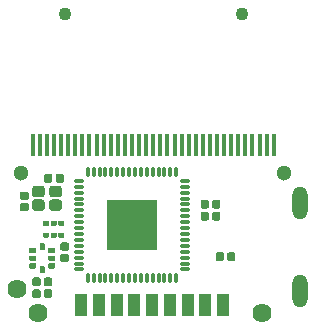
<source format=gts>
G04 #@! TF.GenerationSoftware,KiCad,Pcbnew,5.0.0+dfsg1-2*
G04 #@! TF.CreationDate,2018-09-16T15:45:03-04:00*
G04 #@! TF.ProjectId,goodwatch30,676F6F64776174636833302E6B696361,30*
G04 #@! TF.SameCoordinates,Original*
G04 #@! TF.FileFunction,Soldermask,Top*
G04 #@! TF.FilePolarity,Negative*
%FSLAX46Y46*%
G04 Gerber Fmt 4.6, Leading zero omitted, Abs format (unit mm)*
G04 Created by KiCad (PCBNEW 5.0.0+dfsg1-2) date Sun Sep 16 15:45:03 2018*
%MOMM*%
%LPD*%
G01*
G04 APERTURE LIST*
%ADD10C,0.100000*%
%ADD11C,0.690000*%
%ADD12C,1.624000*%
%ADD13C,1.100000*%
%ADD14C,1.300000*%
%ADD15O,1.300000X2.800000*%
%ADD16R,1.085000X1.850000*%
%ADD17R,0.410000X1.850000*%
%ADD18C,0.430000*%
%ADD19C,0.450000*%
%ADD20C,0.950000*%
%ADD21O,0.900000X0.350000*%
%ADD22O,0.350000X0.900000*%
%ADD23R,4.350000X4.350000*%
G04 APERTURE END LIST*
D10*
G04 #@! TO.C,C2*
G36*
X114927408Y-74854831D02*
X114944153Y-74857315D01*
X114960574Y-74861428D01*
X114976513Y-74867131D01*
X114991816Y-74874369D01*
X115006336Y-74883071D01*
X115019933Y-74893156D01*
X115032476Y-74904524D01*
X115043844Y-74917067D01*
X115053929Y-74930664D01*
X115062631Y-74945184D01*
X115069869Y-74960487D01*
X115075572Y-74976426D01*
X115079685Y-74992847D01*
X115082169Y-75009592D01*
X115083000Y-75026500D01*
X115083000Y-75421500D01*
X115082169Y-75438408D01*
X115079685Y-75455153D01*
X115075572Y-75471574D01*
X115069869Y-75487513D01*
X115062631Y-75502816D01*
X115053929Y-75517336D01*
X115043844Y-75530933D01*
X115032476Y-75543476D01*
X115019933Y-75554844D01*
X115006336Y-75564929D01*
X114991816Y-75573631D01*
X114976513Y-75580869D01*
X114960574Y-75586572D01*
X114944153Y-75590685D01*
X114927408Y-75593169D01*
X114910500Y-75594000D01*
X114565500Y-75594000D01*
X114548592Y-75593169D01*
X114531847Y-75590685D01*
X114515426Y-75586572D01*
X114499487Y-75580869D01*
X114484184Y-75573631D01*
X114469664Y-75564929D01*
X114456067Y-75554844D01*
X114443524Y-75543476D01*
X114432156Y-75530933D01*
X114422071Y-75517336D01*
X114413369Y-75502816D01*
X114406131Y-75487513D01*
X114400428Y-75471574D01*
X114396315Y-75455153D01*
X114393831Y-75438408D01*
X114393000Y-75421500D01*
X114393000Y-75026500D01*
X114393831Y-75009592D01*
X114396315Y-74992847D01*
X114400428Y-74976426D01*
X114406131Y-74960487D01*
X114413369Y-74945184D01*
X114422071Y-74930664D01*
X114432156Y-74917067D01*
X114443524Y-74904524D01*
X114456067Y-74893156D01*
X114469664Y-74883071D01*
X114484184Y-74874369D01*
X114499487Y-74867131D01*
X114515426Y-74861428D01*
X114531847Y-74857315D01*
X114548592Y-74854831D01*
X114565500Y-74854000D01*
X114910500Y-74854000D01*
X114927408Y-74854831D01*
X114927408Y-74854831D01*
G37*
D11*
X114738000Y-75224000D03*
D10*
G36*
X113957408Y-74854831D02*
X113974153Y-74857315D01*
X113990574Y-74861428D01*
X114006513Y-74867131D01*
X114021816Y-74874369D01*
X114036336Y-74883071D01*
X114049933Y-74893156D01*
X114062476Y-74904524D01*
X114073844Y-74917067D01*
X114083929Y-74930664D01*
X114092631Y-74945184D01*
X114099869Y-74960487D01*
X114105572Y-74976426D01*
X114109685Y-74992847D01*
X114112169Y-75009592D01*
X114113000Y-75026500D01*
X114113000Y-75421500D01*
X114112169Y-75438408D01*
X114109685Y-75455153D01*
X114105572Y-75471574D01*
X114099869Y-75487513D01*
X114092631Y-75502816D01*
X114083929Y-75517336D01*
X114073844Y-75530933D01*
X114062476Y-75543476D01*
X114049933Y-75554844D01*
X114036336Y-75564929D01*
X114021816Y-75573631D01*
X114006513Y-75580869D01*
X113990574Y-75586572D01*
X113974153Y-75590685D01*
X113957408Y-75593169D01*
X113940500Y-75594000D01*
X113595500Y-75594000D01*
X113578592Y-75593169D01*
X113561847Y-75590685D01*
X113545426Y-75586572D01*
X113529487Y-75580869D01*
X113514184Y-75573631D01*
X113499664Y-75564929D01*
X113486067Y-75554844D01*
X113473524Y-75543476D01*
X113462156Y-75530933D01*
X113452071Y-75517336D01*
X113443369Y-75502816D01*
X113436131Y-75487513D01*
X113430428Y-75471574D01*
X113426315Y-75455153D01*
X113423831Y-75438408D01*
X113423000Y-75421500D01*
X113423000Y-75026500D01*
X113423831Y-75009592D01*
X113426315Y-74992847D01*
X113430428Y-74976426D01*
X113436131Y-74960487D01*
X113443369Y-74945184D01*
X113452071Y-74930664D01*
X113462156Y-74917067D01*
X113473524Y-74904524D01*
X113486067Y-74893156D01*
X113499664Y-74883071D01*
X113514184Y-74874369D01*
X113529487Y-74867131D01*
X113545426Y-74861428D01*
X113561847Y-74857315D01*
X113578592Y-74854831D01*
X113595500Y-74854000D01*
X113940500Y-74854000D01*
X113957408Y-74854831D01*
X113957408Y-74854831D01*
G37*
D11*
X113768000Y-75224000D03*
G04 #@! TD*
D10*
G04 #@! TO.C,C5*
G36*
X113957408Y-75870831D02*
X113974153Y-75873315D01*
X113990574Y-75877428D01*
X114006513Y-75883131D01*
X114021816Y-75890369D01*
X114036336Y-75899071D01*
X114049933Y-75909156D01*
X114062476Y-75920524D01*
X114073844Y-75933067D01*
X114083929Y-75946664D01*
X114092631Y-75961184D01*
X114099869Y-75976487D01*
X114105572Y-75992426D01*
X114109685Y-76008847D01*
X114112169Y-76025592D01*
X114113000Y-76042500D01*
X114113000Y-76437500D01*
X114112169Y-76454408D01*
X114109685Y-76471153D01*
X114105572Y-76487574D01*
X114099869Y-76503513D01*
X114092631Y-76518816D01*
X114083929Y-76533336D01*
X114073844Y-76546933D01*
X114062476Y-76559476D01*
X114049933Y-76570844D01*
X114036336Y-76580929D01*
X114021816Y-76589631D01*
X114006513Y-76596869D01*
X113990574Y-76602572D01*
X113974153Y-76606685D01*
X113957408Y-76609169D01*
X113940500Y-76610000D01*
X113595500Y-76610000D01*
X113578592Y-76609169D01*
X113561847Y-76606685D01*
X113545426Y-76602572D01*
X113529487Y-76596869D01*
X113514184Y-76589631D01*
X113499664Y-76580929D01*
X113486067Y-76570844D01*
X113473524Y-76559476D01*
X113462156Y-76546933D01*
X113452071Y-76533336D01*
X113443369Y-76518816D01*
X113436131Y-76503513D01*
X113430428Y-76487574D01*
X113426315Y-76471153D01*
X113423831Y-76454408D01*
X113423000Y-76437500D01*
X113423000Y-76042500D01*
X113423831Y-76025592D01*
X113426315Y-76008847D01*
X113430428Y-75992426D01*
X113436131Y-75976487D01*
X113443369Y-75961184D01*
X113452071Y-75946664D01*
X113462156Y-75933067D01*
X113473524Y-75920524D01*
X113486067Y-75909156D01*
X113499664Y-75899071D01*
X113514184Y-75890369D01*
X113529487Y-75883131D01*
X113545426Y-75877428D01*
X113561847Y-75873315D01*
X113578592Y-75870831D01*
X113595500Y-75870000D01*
X113940500Y-75870000D01*
X113957408Y-75870831D01*
X113957408Y-75870831D01*
G37*
D11*
X113768000Y-76240000D03*
D10*
G36*
X114927408Y-75870831D02*
X114944153Y-75873315D01*
X114960574Y-75877428D01*
X114976513Y-75883131D01*
X114991816Y-75890369D01*
X115006336Y-75899071D01*
X115019933Y-75909156D01*
X115032476Y-75920524D01*
X115043844Y-75933067D01*
X115053929Y-75946664D01*
X115062631Y-75961184D01*
X115069869Y-75976487D01*
X115075572Y-75992426D01*
X115079685Y-76008847D01*
X115082169Y-76025592D01*
X115083000Y-76042500D01*
X115083000Y-76437500D01*
X115082169Y-76454408D01*
X115079685Y-76471153D01*
X115075572Y-76487574D01*
X115069869Y-76503513D01*
X115062631Y-76518816D01*
X115053929Y-76533336D01*
X115043844Y-76546933D01*
X115032476Y-76559476D01*
X115019933Y-76570844D01*
X115006336Y-76580929D01*
X114991816Y-76589631D01*
X114976513Y-76596869D01*
X114960574Y-76602572D01*
X114944153Y-76606685D01*
X114927408Y-76609169D01*
X114910500Y-76610000D01*
X114565500Y-76610000D01*
X114548592Y-76609169D01*
X114531847Y-76606685D01*
X114515426Y-76602572D01*
X114499487Y-76596869D01*
X114484184Y-76589631D01*
X114469664Y-76580929D01*
X114456067Y-76570844D01*
X114443524Y-76559476D01*
X114432156Y-76546933D01*
X114422071Y-76533336D01*
X114413369Y-76518816D01*
X114406131Y-76503513D01*
X114400428Y-76487574D01*
X114396315Y-76471153D01*
X114393831Y-76454408D01*
X114393000Y-76437500D01*
X114393000Y-76042500D01*
X114393831Y-76025592D01*
X114396315Y-76008847D01*
X114400428Y-75992426D01*
X114406131Y-75976487D01*
X114413369Y-75961184D01*
X114422071Y-75946664D01*
X114432156Y-75933067D01*
X114443524Y-75920524D01*
X114456067Y-75909156D01*
X114469664Y-75899071D01*
X114484184Y-75890369D01*
X114499487Y-75883131D01*
X114515426Y-75877428D01*
X114531847Y-75873315D01*
X114548592Y-75870831D01*
X114565500Y-75870000D01*
X114910500Y-75870000D01*
X114927408Y-75870831D01*
X114927408Y-75870831D01*
G37*
D11*
X114738000Y-76240000D03*
G04 #@! TD*
D10*
G04 #@! TO.C,C6*
G36*
X100704408Y-72670431D02*
X100721153Y-72672915D01*
X100737574Y-72677028D01*
X100753513Y-72682731D01*
X100768816Y-72689969D01*
X100783336Y-72698671D01*
X100796933Y-72708756D01*
X100809476Y-72720124D01*
X100820844Y-72732667D01*
X100830929Y-72746264D01*
X100839631Y-72760784D01*
X100846869Y-72776087D01*
X100852572Y-72792026D01*
X100856685Y-72808447D01*
X100859169Y-72825192D01*
X100860000Y-72842100D01*
X100860000Y-73237100D01*
X100859169Y-73254008D01*
X100856685Y-73270753D01*
X100852572Y-73287174D01*
X100846869Y-73303113D01*
X100839631Y-73318416D01*
X100830929Y-73332936D01*
X100820844Y-73346533D01*
X100809476Y-73359076D01*
X100796933Y-73370444D01*
X100783336Y-73380529D01*
X100768816Y-73389231D01*
X100753513Y-73396469D01*
X100737574Y-73402172D01*
X100721153Y-73406285D01*
X100704408Y-73408769D01*
X100687500Y-73409600D01*
X100342500Y-73409600D01*
X100325592Y-73408769D01*
X100308847Y-73406285D01*
X100292426Y-73402172D01*
X100276487Y-73396469D01*
X100261184Y-73389231D01*
X100246664Y-73380529D01*
X100233067Y-73370444D01*
X100220524Y-73359076D01*
X100209156Y-73346533D01*
X100199071Y-73332936D01*
X100190369Y-73318416D01*
X100183131Y-73303113D01*
X100177428Y-73287174D01*
X100173315Y-73270753D01*
X100170831Y-73254008D01*
X100170000Y-73237100D01*
X100170000Y-72842100D01*
X100170831Y-72825192D01*
X100173315Y-72808447D01*
X100177428Y-72792026D01*
X100183131Y-72776087D01*
X100190369Y-72760784D01*
X100199071Y-72746264D01*
X100209156Y-72732667D01*
X100220524Y-72720124D01*
X100233067Y-72708756D01*
X100246664Y-72698671D01*
X100261184Y-72689969D01*
X100276487Y-72682731D01*
X100292426Y-72677028D01*
X100308847Y-72672915D01*
X100325592Y-72670431D01*
X100342500Y-72669600D01*
X100687500Y-72669600D01*
X100704408Y-72670431D01*
X100704408Y-72670431D01*
G37*
D11*
X100515000Y-73039600D03*
D10*
G36*
X101674408Y-72670431D02*
X101691153Y-72672915D01*
X101707574Y-72677028D01*
X101723513Y-72682731D01*
X101738816Y-72689969D01*
X101753336Y-72698671D01*
X101766933Y-72708756D01*
X101779476Y-72720124D01*
X101790844Y-72732667D01*
X101800929Y-72746264D01*
X101809631Y-72760784D01*
X101816869Y-72776087D01*
X101822572Y-72792026D01*
X101826685Y-72808447D01*
X101829169Y-72825192D01*
X101830000Y-72842100D01*
X101830000Y-73237100D01*
X101829169Y-73254008D01*
X101826685Y-73270753D01*
X101822572Y-73287174D01*
X101816869Y-73303113D01*
X101809631Y-73318416D01*
X101800929Y-73332936D01*
X101790844Y-73346533D01*
X101779476Y-73359076D01*
X101766933Y-73370444D01*
X101753336Y-73380529D01*
X101738816Y-73389231D01*
X101723513Y-73396469D01*
X101707574Y-73402172D01*
X101691153Y-73406285D01*
X101674408Y-73408769D01*
X101657500Y-73409600D01*
X101312500Y-73409600D01*
X101295592Y-73408769D01*
X101278847Y-73406285D01*
X101262426Y-73402172D01*
X101246487Y-73396469D01*
X101231184Y-73389231D01*
X101216664Y-73380529D01*
X101203067Y-73370444D01*
X101190524Y-73359076D01*
X101179156Y-73346533D01*
X101169071Y-73332936D01*
X101160369Y-73318416D01*
X101153131Y-73303113D01*
X101147428Y-73287174D01*
X101143315Y-73270753D01*
X101140831Y-73254008D01*
X101140000Y-73237100D01*
X101140000Y-72842100D01*
X101140831Y-72825192D01*
X101143315Y-72808447D01*
X101147428Y-72792026D01*
X101153131Y-72776087D01*
X101160369Y-72760784D01*
X101169071Y-72746264D01*
X101179156Y-72732667D01*
X101190524Y-72720124D01*
X101203067Y-72708756D01*
X101216664Y-72698671D01*
X101231184Y-72689969D01*
X101246487Y-72682731D01*
X101262426Y-72677028D01*
X101278847Y-72672915D01*
X101295592Y-72670431D01*
X101312500Y-72669600D01*
X101657500Y-72669600D01*
X101674408Y-72670431D01*
X101674408Y-72670431D01*
G37*
D11*
X101485000Y-73039600D03*
G04 #@! TD*
D10*
G04 #@! TO.C,C7*
G36*
X98694008Y-75140831D02*
X98710753Y-75143315D01*
X98727174Y-75147428D01*
X98743113Y-75153131D01*
X98758416Y-75160369D01*
X98772936Y-75169071D01*
X98786533Y-75179156D01*
X98799076Y-75190524D01*
X98810444Y-75203067D01*
X98820529Y-75216664D01*
X98829231Y-75231184D01*
X98836469Y-75246487D01*
X98842172Y-75262426D01*
X98846285Y-75278847D01*
X98848769Y-75295592D01*
X98849600Y-75312500D01*
X98849600Y-75657500D01*
X98848769Y-75674408D01*
X98846285Y-75691153D01*
X98842172Y-75707574D01*
X98836469Y-75723513D01*
X98829231Y-75738816D01*
X98820529Y-75753336D01*
X98810444Y-75766933D01*
X98799076Y-75779476D01*
X98786533Y-75790844D01*
X98772936Y-75800929D01*
X98758416Y-75809631D01*
X98743113Y-75816869D01*
X98727174Y-75822572D01*
X98710753Y-75826685D01*
X98694008Y-75829169D01*
X98677100Y-75830000D01*
X98282100Y-75830000D01*
X98265192Y-75829169D01*
X98248447Y-75826685D01*
X98232026Y-75822572D01*
X98216087Y-75816869D01*
X98200784Y-75809631D01*
X98186264Y-75800929D01*
X98172667Y-75790844D01*
X98160124Y-75779476D01*
X98148756Y-75766933D01*
X98138671Y-75753336D01*
X98129969Y-75738816D01*
X98122731Y-75723513D01*
X98117028Y-75707574D01*
X98112915Y-75691153D01*
X98110431Y-75674408D01*
X98109600Y-75657500D01*
X98109600Y-75312500D01*
X98110431Y-75295592D01*
X98112915Y-75278847D01*
X98117028Y-75262426D01*
X98122731Y-75246487D01*
X98129969Y-75231184D01*
X98138671Y-75216664D01*
X98148756Y-75203067D01*
X98160124Y-75190524D01*
X98172667Y-75179156D01*
X98186264Y-75169071D01*
X98200784Y-75160369D01*
X98216087Y-75153131D01*
X98232026Y-75147428D01*
X98248447Y-75143315D01*
X98265192Y-75140831D01*
X98282100Y-75140000D01*
X98677100Y-75140000D01*
X98694008Y-75140831D01*
X98694008Y-75140831D01*
G37*
D11*
X98479600Y-75485000D03*
D10*
G36*
X98694008Y-74170831D02*
X98710753Y-74173315D01*
X98727174Y-74177428D01*
X98743113Y-74183131D01*
X98758416Y-74190369D01*
X98772936Y-74199071D01*
X98786533Y-74209156D01*
X98799076Y-74220524D01*
X98810444Y-74233067D01*
X98820529Y-74246664D01*
X98829231Y-74261184D01*
X98836469Y-74276487D01*
X98842172Y-74292426D01*
X98846285Y-74308847D01*
X98848769Y-74325592D01*
X98849600Y-74342500D01*
X98849600Y-74687500D01*
X98848769Y-74704408D01*
X98846285Y-74721153D01*
X98842172Y-74737574D01*
X98836469Y-74753513D01*
X98829231Y-74768816D01*
X98820529Y-74783336D01*
X98810444Y-74796933D01*
X98799076Y-74809476D01*
X98786533Y-74820844D01*
X98772936Y-74830929D01*
X98758416Y-74839631D01*
X98743113Y-74846869D01*
X98727174Y-74852572D01*
X98710753Y-74856685D01*
X98694008Y-74859169D01*
X98677100Y-74860000D01*
X98282100Y-74860000D01*
X98265192Y-74859169D01*
X98248447Y-74856685D01*
X98232026Y-74852572D01*
X98216087Y-74846869D01*
X98200784Y-74839631D01*
X98186264Y-74830929D01*
X98172667Y-74820844D01*
X98160124Y-74809476D01*
X98148756Y-74796933D01*
X98138671Y-74783336D01*
X98129969Y-74768816D01*
X98122731Y-74753513D01*
X98117028Y-74737574D01*
X98112915Y-74721153D01*
X98110431Y-74704408D01*
X98109600Y-74687500D01*
X98109600Y-74342500D01*
X98110431Y-74325592D01*
X98112915Y-74308847D01*
X98117028Y-74292426D01*
X98122731Y-74276487D01*
X98129969Y-74261184D01*
X98138671Y-74246664D01*
X98148756Y-74233067D01*
X98160124Y-74220524D01*
X98172667Y-74209156D01*
X98186264Y-74199071D01*
X98200784Y-74190369D01*
X98216087Y-74183131D01*
X98232026Y-74177428D01*
X98248447Y-74173315D01*
X98265192Y-74170831D01*
X98282100Y-74170000D01*
X98677100Y-74170000D01*
X98694008Y-74170831D01*
X98694008Y-74170831D01*
G37*
D11*
X98479600Y-74515000D03*
G04 #@! TD*
D10*
G04 #@! TO.C,C10*
G36*
X100674408Y-81430831D02*
X100691153Y-81433315D01*
X100707574Y-81437428D01*
X100723513Y-81443131D01*
X100738816Y-81450369D01*
X100753336Y-81459071D01*
X100766933Y-81469156D01*
X100779476Y-81480524D01*
X100790844Y-81493067D01*
X100800929Y-81506664D01*
X100809631Y-81521184D01*
X100816869Y-81536487D01*
X100822572Y-81552426D01*
X100826685Y-81568847D01*
X100829169Y-81585592D01*
X100830000Y-81602500D01*
X100830000Y-81997500D01*
X100829169Y-82014408D01*
X100826685Y-82031153D01*
X100822572Y-82047574D01*
X100816869Y-82063513D01*
X100809631Y-82078816D01*
X100800929Y-82093336D01*
X100790844Y-82106933D01*
X100779476Y-82119476D01*
X100766933Y-82130844D01*
X100753336Y-82140929D01*
X100738816Y-82149631D01*
X100723513Y-82156869D01*
X100707574Y-82162572D01*
X100691153Y-82166685D01*
X100674408Y-82169169D01*
X100657500Y-82170000D01*
X100312500Y-82170000D01*
X100295592Y-82169169D01*
X100278847Y-82166685D01*
X100262426Y-82162572D01*
X100246487Y-82156869D01*
X100231184Y-82149631D01*
X100216664Y-82140929D01*
X100203067Y-82130844D01*
X100190524Y-82119476D01*
X100179156Y-82106933D01*
X100169071Y-82093336D01*
X100160369Y-82078816D01*
X100153131Y-82063513D01*
X100147428Y-82047574D01*
X100143315Y-82031153D01*
X100140831Y-82014408D01*
X100140000Y-81997500D01*
X100140000Y-81602500D01*
X100140831Y-81585592D01*
X100143315Y-81568847D01*
X100147428Y-81552426D01*
X100153131Y-81536487D01*
X100160369Y-81521184D01*
X100169071Y-81506664D01*
X100179156Y-81493067D01*
X100190524Y-81480524D01*
X100203067Y-81469156D01*
X100216664Y-81459071D01*
X100231184Y-81450369D01*
X100246487Y-81443131D01*
X100262426Y-81437428D01*
X100278847Y-81433315D01*
X100295592Y-81430831D01*
X100312500Y-81430000D01*
X100657500Y-81430000D01*
X100674408Y-81430831D01*
X100674408Y-81430831D01*
G37*
D11*
X100485000Y-81800000D03*
D10*
G36*
X99704408Y-81430831D02*
X99721153Y-81433315D01*
X99737574Y-81437428D01*
X99753513Y-81443131D01*
X99768816Y-81450369D01*
X99783336Y-81459071D01*
X99796933Y-81469156D01*
X99809476Y-81480524D01*
X99820844Y-81493067D01*
X99830929Y-81506664D01*
X99839631Y-81521184D01*
X99846869Y-81536487D01*
X99852572Y-81552426D01*
X99856685Y-81568847D01*
X99859169Y-81585592D01*
X99860000Y-81602500D01*
X99860000Y-81997500D01*
X99859169Y-82014408D01*
X99856685Y-82031153D01*
X99852572Y-82047574D01*
X99846869Y-82063513D01*
X99839631Y-82078816D01*
X99830929Y-82093336D01*
X99820844Y-82106933D01*
X99809476Y-82119476D01*
X99796933Y-82130844D01*
X99783336Y-82140929D01*
X99768816Y-82149631D01*
X99753513Y-82156869D01*
X99737574Y-82162572D01*
X99721153Y-82166685D01*
X99704408Y-82169169D01*
X99687500Y-82170000D01*
X99342500Y-82170000D01*
X99325592Y-82169169D01*
X99308847Y-82166685D01*
X99292426Y-82162572D01*
X99276487Y-82156869D01*
X99261184Y-82149631D01*
X99246664Y-82140929D01*
X99233067Y-82130844D01*
X99220524Y-82119476D01*
X99209156Y-82106933D01*
X99199071Y-82093336D01*
X99190369Y-82078816D01*
X99183131Y-82063513D01*
X99177428Y-82047574D01*
X99173315Y-82031153D01*
X99170831Y-82014408D01*
X99170000Y-81997500D01*
X99170000Y-81602500D01*
X99170831Y-81585592D01*
X99173315Y-81568847D01*
X99177428Y-81552426D01*
X99183131Y-81536487D01*
X99190369Y-81521184D01*
X99199071Y-81506664D01*
X99209156Y-81493067D01*
X99220524Y-81480524D01*
X99233067Y-81469156D01*
X99246664Y-81459071D01*
X99261184Y-81450369D01*
X99276487Y-81443131D01*
X99292426Y-81437428D01*
X99308847Y-81433315D01*
X99325592Y-81430831D01*
X99342500Y-81430000D01*
X99687500Y-81430000D01*
X99704408Y-81430831D01*
X99704408Y-81430831D01*
G37*
D11*
X99515000Y-81800000D03*
G04 #@! TD*
D10*
G04 #@! TO.C,R1*
G36*
X99704408Y-82430831D02*
X99721153Y-82433315D01*
X99737574Y-82437428D01*
X99753513Y-82443131D01*
X99768816Y-82450369D01*
X99783336Y-82459071D01*
X99796933Y-82469156D01*
X99809476Y-82480524D01*
X99820844Y-82493067D01*
X99830929Y-82506664D01*
X99839631Y-82521184D01*
X99846869Y-82536487D01*
X99852572Y-82552426D01*
X99856685Y-82568847D01*
X99859169Y-82585592D01*
X99860000Y-82602500D01*
X99860000Y-82997500D01*
X99859169Y-83014408D01*
X99856685Y-83031153D01*
X99852572Y-83047574D01*
X99846869Y-83063513D01*
X99839631Y-83078816D01*
X99830929Y-83093336D01*
X99820844Y-83106933D01*
X99809476Y-83119476D01*
X99796933Y-83130844D01*
X99783336Y-83140929D01*
X99768816Y-83149631D01*
X99753513Y-83156869D01*
X99737574Y-83162572D01*
X99721153Y-83166685D01*
X99704408Y-83169169D01*
X99687500Y-83170000D01*
X99342500Y-83170000D01*
X99325592Y-83169169D01*
X99308847Y-83166685D01*
X99292426Y-83162572D01*
X99276487Y-83156869D01*
X99261184Y-83149631D01*
X99246664Y-83140929D01*
X99233067Y-83130844D01*
X99220524Y-83119476D01*
X99209156Y-83106933D01*
X99199071Y-83093336D01*
X99190369Y-83078816D01*
X99183131Y-83063513D01*
X99177428Y-83047574D01*
X99173315Y-83031153D01*
X99170831Y-83014408D01*
X99170000Y-82997500D01*
X99170000Y-82602500D01*
X99170831Y-82585592D01*
X99173315Y-82568847D01*
X99177428Y-82552426D01*
X99183131Y-82536487D01*
X99190369Y-82521184D01*
X99199071Y-82506664D01*
X99209156Y-82493067D01*
X99220524Y-82480524D01*
X99233067Y-82469156D01*
X99246664Y-82459071D01*
X99261184Y-82450369D01*
X99276487Y-82443131D01*
X99292426Y-82437428D01*
X99308847Y-82433315D01*
X99325592Y-82430831D01*
X99342500Y-82430000D01*
X99687500Y-82430000D01*
X99704408Y-82430831D01*
X99704408Y-82430831D01*
G37*
D11*
X99515000Y-82800000D03*
D10*
G36*
X100674408Y-82430831D02*
X100691153Y-82433315D01*
X100707574Y-82437428D01*
X100723513Y-82443131D01*
X100738816Y-82450369D01*
X100753336Y-82459071D01*
X100766933Y-82469156D01*
X100779476Y-82480524D01*
X100790844Y-82493067D01*
X100800929Y-82506664D01*
X100809631Y-82521184D01*
X100816869Y-82536487D01*
X100822572Y-82552426D01*
X100826685Y-82568847D01*
X100829169Y-82585592D01*
X100830000Y-82602500D01*
X100830000Y-82997500D01*
X100829169Y-83014408D01*
X100826685Y-83031153D01*
X100822572Y-83047574D01*
X100816869Y-83063513D01*
X100809631Y-83078816D01*
X100800929Y-83093336D01*
X100790844Y-83106933D01*
X100779476Y-83119476D01*
X100766933Y-83130844D01*
X100753336Y-83140929D01*
X100738816Y-83149631D01*
X100723513Y-83156869D01*
X100707574Y-83162572D01*
X100691153Y-83166685D01*
X100674408Y-83169169D01*
X100657500Y-83170000D01*
X100312500Y-83170000D01*
X100295592Y-83169169D01*
X100278847Y-83166685D01*
X100262426Y-83162572D01*
X100246487Y-83156869D01*
X100231184Y-83149631D01*
X100216664Y-83140929D01*
X100203067Y-83130844D01*
X100190524Y-83119476D01*
X100179156Y-83106933D01*
X100169071Y-83093336D01*
X100160369Y-83078816D01*
X100153131Y-83063513D01*
X100147428Y-83047574D01*
X100143315Y-83031153D01*
X100140831Y-83014408D01*
X100140000Y-82997500D01*
X100140000Y-82602500D01*
X100140831Y-82585592D01*
X100143315Y-82568847D01*
X100147428Y-82552426D01*
X100153131Y-82536487D01*
X100160369Y-82521184D01*
X100169071Y-82506664D01*
X100179156Y-82493067D01*
X100190524Y-82480524D01*
X100203067Y-82469156D01*
X100216664Y-82459071D01*
X100231184Y-82450369D01*
X100246487Y-82443131D01*
X100262426Y-82437428D01*
X100278847Y-82433315D01*
X100295592Y-82430831D01*
X100312500Y-82430000D01*
X100657500Y-82430000D01*
X100674408Y-82430831D01*
X100674408Y-82430831D01*
G37*
D11*
X100485000Y-82800000D03*
G04 #@! TD*
D10*
G04 #@! TO.C,R2*
G36*
X102114408Y-78470831D02*
X102131153Y-78473315D01*
X102147574Y-78477428D01*
X102163513Y-78483131D01*
X102178816Y-78490369D01*
X102193336Y-78499071D01*
X102206933Y-78509156D01*
X102219476Y-78520524D01*
X102230844Y-78533067D01*
X102240929Y-78546664D01*
X102249631Y-78561184D01*
X102256869Y-78576487D01*
X102262572Y-78592426D01*
X102266685Y-78608847D01*
X102269169Y-78625592D01*
X102270000Y-78642500D01*
X102270000Y-78987500D01*
X102269169Y-79004408D01*
X102266685Y-79021153D01*
X102262572Y-79037574D01*
X102256869Y-79053513D01*
X102249631Y-79068816D01*
X102240929Y-79083336D01*
X102230844Y-79096933D01*
X102219476Y-79109476D01*
X102206933Y-79120844D01*
X102193336Y-79130929D01*
X102178816Y-79139631D01*
X102163513Y-79146869D01*
X102147574Y-79152572D01*
X102131153Y-79156685D01*
X102114408Y-79159169D01*
X102097500Y-79160000D01*
X101702500Y-79160000D01*
X101685592Y-79159169D01*
X101668847Y-79156685D01*
X101652426Y-79152572D01*
X101636487Y-79146869D01*
X101621184Y-79139631D01*
X101606664Y-79130929D01*
X101593067Y-79120844D01*
X101580524Y-79109476D01*
X101569156Y-79096933D01*
X101559071Y-79083336D01*
X101550369Y-79068816D01*
X101543131Y-79053513D01*
X101537428Y-79037574D01*
X101533315Y-79021153D01*
X101530831Y-79004408D01*
X101530000Y-78987500D01*
X101530000Y-78642500D01*
X101530831Y-78625592D01*
X101533315Y-78608847D01*
X101537428Y-78592426D01*
X101543131Y-78576487D01*
X101550369Y-78561184D01*
X101559071Y-78546664D01*
X101569156Y-78533067D01*
X101580524Y-78520524D01*
X101593067Y-78509156D01*
X101606664Y-78499071D01*
X101621184Y-78490369D01*
X101636487Y-78483131D01*
X101652426Y-78477428D01*
X101668847Y-78473315D01*
X101685592Y-78470831D01*
X101702500Y-78470000D01*
X102097500Y-78470000D01*
X102114408Y-78470831D01*
X102114408Y-78470831D01*
G37*
D11*
X101900000Y-78815000D03*
D10*
G36*
X102114408Y-79440831D02*
X102131153Y-79443315D01*
X102147574Y-79447428D01*
X102163513Y-79453131D01*
X102178816Y-79460369D01*
X102193336Y-79469071D01*
X102206933Y-79479156D01*
X102219476Y-79490524D01*
X102230844Y-79503067D01*
X102240929Y-79516664D01*
X102249631Y-79531184D01*
X102256869Y-79546487D01*
X102262572Y-79562426D01*
X102266685Y-79578847D01*
X102269169Y-79595592D01*
X102270000Y-79612500D01*
X102270000Y-79957500D01*
X102269169Y-79974408D01*
X102266685Y-79991153D01*
X102262572Y-80007574D01*
X102256869Y-80023513D01*
X102249631Y-80038816D01*
X102240929Y-80053336D01*
X102230844Y-80066933D01*
X102219476Y-80079476D01*
X102206933Y-80090844D01*
X102193336Y-80100929D01*
X102178816Y-80109631D01*
X102163513Y-80116869D01*
X102147574Y-80122572D01*
X102131153Y-80126685D01*
X102114408Y-80129169D01*
X102097500Y-80130000D01*
X101702500Y-80130000D01*
X101685592Y-80129169D01*
X101668847Y-80126685D01*
X101652426Y-80122572D01*
X101636487Y-80116869D01*
X101621184Y-80109631D01*
X101606664Y-80100929D01*
X101593067Y-80090844D01*
X101580524Y-80079476D01*
X101569156Y-80066933D01*
X101559071Y-80053336D01*
X101550369Y-80038816D01*
X101543131Y-80023513D01*
X101537428Y-80007574D01*
X101533315Y-79991153D01*
X101530831Y-79974408D01*
X101530000Y-79957500D01*
X101530000Y-79612500D01*
X101530831Y-79595592D01*
X101533315Y-79578847D01*
X101537428Y-79562426D01*
X101543131Y-79546487D01*
X101550369Y-79531184D01*
X101559071Y-79516664D01*
X101569156Y-79503067D01*
X101580524Y-79490524D01*
X101593067Y-79479156D01*
X101606664Y-79469071D01*
X101621184Y-79460369D01*
X101636487Y-79453131D01*
X101652426Y-79447428D01*
X101668847Y-79443315D01*
X101685592Y-79440831D01*
X101702500Y-79440000D01*
X102097500Y-79440000D01*
X102114408Y-79440831D01*
X102114408Y-79440831D01*
G37*
D11*
X101900000Y-79785000D03*
G04 #@! TD*
D12*
G04 #@! TO.C,BRD1*
X118600000Y-84400000D03*
X97870000Y-82400000D03*
X99600000Y-84400000D03*
D13*
X101900000Y-59100000D03*
D14*
X98200000Y-72600000D03*
X120500000Y-72600000D03*
D13*
X116900000Y-59100000D03*
D15*
X121800000Y-75100000D03*
X121800000Y-82600000D03*
G04 #@! TD*
D16*
G04 #@! TO.C,KPD1*
X103300000Y-83800000D03*
X104800000Y-83800000D03*
X106300000Y-83800000D03*
X107800000Y-83800000D03*
X109300000Y-83800000D03*
X110800000Y-83800000D03*
X112300000Y-83800000D03*
X113800000Y-83800000D03*
X115300000Y-83800000D03*
G04 #@! TD*
D17*
G04 #@! TO.C,LCD1*
X99200000Y-70200000D03*
X99800000Y-70200000D03*
X100400000Y-70200000D03*
X101000000Y-70200000D03*
X101600000Y-70200000D03*
X102200000Y-70200000D03*
X102800000Y-70200000D03*
X103400000Y-70200000D03*
X104000000Y-70200000D03*
X104600000Y-70200000D03*
X105200000Y-70200000D03*
X105800000Y-70200000D03*
X106400000Y-70200000D03*
X107000000Y-70200000D03*
X107600000Y-70200000D03*
X108200000Y-70200000D03*
X108800000Y-70200000D03*
X109400000Y-70200000D03*
X110000000Y-70200000D03*
X110600000Y-70200000D03*
X111200000Y-70200000D03*
X111800000Y-70200000D03*
X112400000Y-70200000D03*
X113000000Y-70200000D03*
X113600000Y-70200000D03*
X114200000Y-70200000D03*
X114800000Y-70200000D03*
X115400000Y-70200000D03*
X116000000Y-70200000D03*
X116600000Y-70200000D03*
X117200000Y-70200000D03*
X117800000Y-70200000D03*
X118400000Y-70200000D03*
X119000000Y-70200000D03*
X119600000Y-70200000D03*
G04 #@! TD*
D10*
G04 #@! TO.C,U3*
G36*
X100473037Y-76628518D02*
X100483472Y-76630066D01*
X100493706Y-76632629D01*
X100503638Y-76636183D01*
X100513175Y-76640693D01*
X100522224Y-76646117D01*
X100530697Y-76652401D01*
X100538514Y-76659486D01*
X100545599Y-76667303D01*
X100551883Y-76675776D01*
X100557307Y-76684825D01*
X100561817Y-76694362D01*
X100565371Y-76704294D01*
X100567934Y-76714528D01*
X100569482Y-76724963D01*
X100570000Y-76735500D01*
X100570000Y-76950500D01*
X100569482Y-76961037D01*
X100567934Y-76971472D01*
X100565371Y-76981706D01*
X100561817Y-76991638D01*
X100557307Y-77001175D01*
X100551883Y-77010224D01*
X100545599Y-77018697D01*
X100538514Y-77026514D01*
X100530697Y-77033599D01*
X100522224Y-77039883D01*
X100513175Y-77045307D01*
X100503638Y-77049817D01*
X100493706Y-77053371D01*
X100483472Y-77055934D01*
X100473037Y-77057482D01*
X100462500Y-77058000D01*
X100167500Y-77058000D01*
X100156963Y-77057482D01*
X100146528Y-77055934D01*
X100136294Y-77053371D01*
X100126362Y-77049817D01*
X100116825Y-77045307D01*
X100107776Y-77039883D01*
X100099303Y-77033599D01*
X100091486Y-77026514D01*
X100084401Y-77018697D01*
X100078117Y-77010224D01*
X100072693Y-77001175D01*
X100068183Y-76991638D01*
X100064629Y-76981706D01*
X100062066Y-76971472D01*
X100060518Y-76961037D01*
X100060000Y-76950500D01*
X100060000Y-76735500D01*
X100060518Y-76724963D01*
X100062066Y-76714528D01*
X100064629Y-76704294D01*
X100068183Y-76694362D01*
X100072693Y-76684825D01*
X100078117Y-76675776D01*
X100084401Y-76667303D01*
X100091486Y-76659486D01*
X100099303Y-76652401D01*
X100107776Y-76646117D01*
X100116825Y-76640693D01*
X100126362Y-76636183D01*
X100136294Y-76632629D01*
X100146528Y-76630066D01*
X100156963Y-76628518D01*
X100167500Y-76628000D01*
X100462500Y-76628000D01*
X100473037Y-76628518D01*
X100473037Y-76628518D01*
G37*
D18*
X100315000Y-76843000D03*
D10*
G36*
X101123037Y-76628518D02*
X101133472Y-76630066D01*
X101143706Y-76632629D01*
X101153638Y-76636183D01*
X101163175Y-76640693D01*
X101172224Y-76646117D01*
X101180697Y-76652401D01*
X101188514Y-76659486D01*
X101195599Y-76667303D01*
X101201883Y-76675776D01*
X101207307Y-76684825D01*
X101211817Y-76694362D01*
X101215371Y-76704294D01*
X101217934Y-76714528D01*
X101219482Y-76724963D01*
X101220000Y-76735500D01*
X101220000Y-76950500D01*
X101219482Y-76961037D01*
X101217934Y-76971472D01*
X101215371Y-76981706D01*
X101211817Y-76991638D01*
X101207307Y-77001175D01*
X101201883Y-77010224D01*
X101195599Y-77018697D01*
X101188514Y-77026514D01*
X101180697Y-77033599D01*
X101172224Y-77039883D01*
X101163175Y-77045307D01*
X101153638Y-77049817D01*
X101143706Y-77053371D01*
X101133472Y-77055934D01*
X101123037Y-77057482D01*
X101112500Y-77058000D01*
X100817500Y-77058000D01*
X100806963Y-77057482D01*
X100796528Y-77055934D01*
X100786294Y-77053371D01*
X100776362Y-77049817D01*
X100766825Y-77045307D01*
X100757776Y-77039883D01*
X100749303Y-77033599D01*
X100741486Y-77026514D01*
X100734401Y-77018697D01*
X100728117Y-77010224D01*
X100722693Y-77001175D01*
X100718183Y-76991638D01*
X100714629Y-76981706D01*
X100712066Y-76971472D01*
X100710518Y-76961037D01*
X100710000Y-76950500D01*
X100710000Y-76735500D01*
X100710518Y-76724963D01*
X100712066Y-76714528D01*
X100714629Y-76704294D01*
X100718183Y-76694362D01*
X100722693Y-76684825D01*
X100728117Y-76675776D01*
X100734401Y-76667303D01*
X100741486Y-76659486D01*
X100749303Y-76652401D01*
X100757776Y-76646117D01*
X100766825Y-76640693D01*
X100776362Y-76636183D01*
X100786294Y-76632629D01*
X100796528Y-76630066D01*
X100806963Y-76628518D01*
X100817500Y-76628000D01*
X101112500Y-76628000D01*
X101123037Y-76628518D01*
X101123037Y-76628518D01*
G37*
D18*
X100965000Y-76843000D03*
D10*
G36*
X101773037Y-76628518D02*
X101783472Y-76630066D01*
X101793706Y-76632629D01*
X101803638Y-76636183D01*
X101813175Y-76640693D01*
X101822224Y-76646117D01*
X101830697Y-76652401D01*
X101838514Y-76659486D01*
X101845599Y-76667303D01*
X101851883Y-76675776D01*
X101857307Y-76684825D01*
X101861817Y-76694362D01*
X101865371Y-76704294D01*
X101867934Y-76714528D01*
X101869482Y-76724963D01*
X101870000Y-76735500D01*
X101870000Y-76950500D01*
X101869482Y-76961037D01*
X101867934Y-76971472D01*
X101865371Y-76981706D01*
X101861817Y-76991638D01*
X101857307Y-77001175D01*
X101851883Y-77010224D01*
X101845599Y-77018697D01*
X101838514Y-77026514D01*
X101830697Y-77033599D01*
X101822224Y-77039883D01*
X101813175Y-77045307D01*
X101803638Y-77049817D01*
X101793706Y-77053371D01*
X101783472Y-77055934D01*
X101773037Y-77057482D01*
X101762500Y-77058000D01*
X101467500Y-77058000D01*
X101456963Y-77057482D01*
X101446528Y-77055934D01*
X101436294Y-77053371D01*
X101426362Y-77049817D01*
X101416825Y-77045307D01*
X101407776Y-77039883D01*
X101399303Y-77033599D01*
X101391486Y-77026514D01*
X101384401Y-77018697D01*
X101378117Y-77010224D01*
X101372693Y-77001175D01*
X101368183Y-76991638D01*
X101364629Y-76981706D01*
X101362066Y-76971472D01*
X101360518Y-76961037D01*
X101360000Y-76950500D01*
X101360000Y-76735500D01*
X101360518Y-76724963D01*
X101362066Y-76714528D01*
X101364629Y-76704294D01*
X101368183Y-76694362D01*
X101372693Y-76684825D01*
X101378117Y-76675776D01*
X101384401Y-76667303D01*
X101391486Y-76659486D01*
X101399303Y-76652401D01*
X101407776Y-76646117D01*
X101416825Y-76640693D01*
X101426362Y-76636183D01*
X101436294Y-76632629D01*
X101446528Y-76630066D01*
X101456963Y-76628518D01*
X101467500Y-76628000D01*
X101762500Y-76628000D01*
X101773037Y-76628518D01*
X101773037Y-76628518D01*
G37*
D18*
X101615000Y-76843000D03*
D10*
G36*
X101773037Y-77628518D02*
X101783472Y-77630066D01*
X101793706Y-77632629D01*
X101803638Y-77636183D01*
X101813175Y-77640693D01*
X101822224Y-77646117D01*
X101830697Y-77652401D01*
X101838514Y-77659486D01*
X101845599Y-77667303D01*
X101851883Y-77675776D01*
X101857307Y-77684825D01*
X101861817Y-77694362D01*
X101865371Y-77704294D01*
X101867934Y-77714528D01*
X101869482Y-77724963D01*
X101870000Y-77735500D01*
X101870000Y-77950500D01*
X101869482Y-77961037D01*
X101867934Y-77971472D01*
X101865371Y-77981706D01*
X101861817Y-77991638D01*
X101857307Y-78001175D01*
X101851883Y-78010224D01*
X101845599Y-78018697D01*
X101838514Y-78026514D01*
X101830697Y-78033599D01*
X101822224Y-78039883D01*
X101813175Y-78045307D01*
X101803638Y-78049817D01*
X101793706Y-78053371D01*
X101783472Y-78055934D01*
X101773037Y-78057482D01*
X101762500Y-78058000D01*
X101467500Y-78058000D01*
X101456963Y-78057482D01*
X101446528Y-78055934D01*
X101436294Y-78053371D01*
X101426362Y-78049817D01*
X101416825Y-78045307D01*
X101407776Y-78039883D01*
X101399303Y-78033599D01*
X101391486Y-78026514D01*
X101384401Y-78018697D01*
X101378117Y-78010224D01*
X101372693Y-78001175D01*
X101368183Y-77991638D01*
X101364629Y-77981706D01*
X101362066Y-77971472D01*
X101360518Y-77961037D01*
X101360000Y-77950500D01*
X101360000Y-77735500D01*
X101360518Y-77724963D01*
X101362066Y-77714528D01*
X101364629Y-77704294D01*
X101368183Y-77694362D01*
X101372693Y-77684825D01*
X101378117Y-77675776D01*
X101384401Y-77667303D01*
X101391486Y-77659486D01*
X101399303Y-77652401D01*
X101407776Y-77646117D01*
X101416825Y-77640693D01*
X101426362Y-77636183D01*
X101436294Y-77632629D01*
X101446528Y-77630066D01*
X101456963Y-77628518D01*
X101467500Y-77628000D01*
X101762500Y-77628000D01*
X101773037Y-77628518D01*
X101773037Y-77628518D01*
G37*
D18*
X101615000Y-77843000D03*
D10*
G36*
X101123037Y-77628518D02*
X101133472Y-77630066D01*
X101143706Y-77632629D01*
X101153638Y-77636183D01*
X101163175Y-77640693D01*
X101172224Y-77646117D01*
X101180697Y-77652401D01*
X101188514Y-77659486D01*
X101195599Y-77667303D01*
X101201883Y-77675776D01*
X101207307Y-77684825D01*
X101211817Y-77694362D01*
X101215371Y-77704294D01*
X101217934Y-77714528D01*
X101219482Y-77724963D01*
X101220000Y-77735500D01*
X101220000Y-77950500D01*
X101219482Y-77961037D01*
X101217934Y-77971472D01*
X101215371Y-77981706D01*
X101211817Y-77991638D01*
X101207307Y-78001175D01*
X101201883Y-78010224D01*
X101195599Y-78018697D01*
X101188514Y-78026514D01*
X101180697Y-78033599D01*
X101172224Y-78039883D01*
X101163175Y-78045307D01*
X101153638Y-78049817D01*
X101143706Y-78053371D01*
X101133472Y-78055934D01*
X101123037Y-78057482D01*
X101112500Y-78058000D01*
X100817500Y-78058000D01*
X100806963Y-78057482D01*
X100796528Y-78055934D01*
X100786294Y-78053371D01*
X100776362Y-78049817D01*
X100766825Y-78045307D01*
X100757776Y-78039883D01*
X100749303Y-78033599D01*
X100741486Y-78026514D01*
X100734401Y-78018697D01*
X100728117Y-78010224D01*
X100722693Y-78001175D01*
X100718183Y-77991638D01*
X100714629Y-77981706D01*
X100712066Y-77971472D01*
X100710518Y-77961037D01*
X100710000Y-77950500D01*
X100710000Y-77735500D01*
X100710518Y-77724963D01*
X100712066Y-77714528D01*
X100714629Y-77704294D01*
X100718183Y-77694362D01*
X100722693Y-77684825D01*
X100728117Y-77675776D01*
X100734401Y-77667303D01*
X100741486Y-77659486D01*
X100749303Y-77652401D01*
X100757776Y-77646117D01*
X100766825Y-77640693D01*
X100776362Y-77636183D01*
X100786294Y-77632629D01*
X100796528Y-77630066D01*
X100806963Y-77628518D01*
X100817500Y-77628000D01*
X101112500Y-77628000D01*
X101123037Y-77628518D01*
X101123037Y-77628518D01*
G37*
D18*
X100965000Y-77843000D03*
D10*
G36*
X100473037Y-77628518D02*
X100483472Y-77630066D01*
X100493706Y-77632629D01*
X100503638Y-77636183D01*
X100513175Y-77640693D01*
X100522224Y-77646117D01*
X100530697Y-77652401D01*
X100538514Y-77659486D01*
X100545599Y-77667303D01*
X100551883Y-77675776D01*
X100557307Y-77684825D01*
X100561817Y-77694362D01*
X100565371Y-77704294D01*
X100567934Y-77714528D01*
X100569482Y-77724963D01*
X100570000Y-77735500D01*
X100570000Y-77950500D01*
X100569482Y-77961037D01*
X100567934Y-77971472D01*
X100565371Y-77981706D01*
X100561817Y-77991638D01*
X100557307Y-78001175D01*
X100551883Y-78010224D01*
X100545599Y-78018697D01*
X100538514Y-78026514D01*
X100530697Y-78033599D01*
X100522224Y-78039883D01*
X100513175Y-78045307D01*
X100503638Y-78049817D01*
X100493706Y-78053371D01*
X100483472Y-78055934D01*
X100473037Y-78057482D01*
X100462500Y-78058000D01*
X100167500Y-78058000D01*
X100156963Y-78057482D01*
X100146528Y-78055934D01*
X100136294Y-78053371D01*
X100126362Y-78049817D01*
X100116825Y-78045307D01*
X100107776Y-78039883D01*
X100099303Y-78033599D01*
X100091486Y-78026514D01*
X100084401Y-78018697D01*
X100078117Y-78010224D01*
X100072693Y-78001175D01*
X100068183Y-77991638D01*
X100064629Y-77981706D01*
X100062066Y-77971472D01*
X100060518Y-77961037D01*
X100060000Y-77950500D01*
X100060000Y-77735500D01*
X100060518Y-77724963D01*
X100062066Y-77714528D01*
X100064629Y-77704294D01*
X100068183Y-77694362D01*
X100072693Y-77684825D01*
X100078117Y-77675776D01*
X100084401Y-77667303D01*
X100091486Y-77659486D01*
X100099303Y-77652401D01*
X100107776Y-77646117D01*
X100116825Y-77640693D01*
X100126362Y-77636183D01*
X100136294Y-77632629D01*
X100146528Y-77630066D01*
X100156963Y-77628518D01*
X100167500Y-77628000D01*
X100462500Y-77628000D01*
X100473037Y-77628518D01*
X100473037Y-77628518D01*
G37*
D18*
X100315000Y-77843000D03*
G04 #@! TD*
D10*
G04 #@! TO.C,U2*
G36*
X100123527Y-78525542D02*
X100134448Y-78527162D01*
X100145157Y-78529844D01*
X100155552Y-78533564D01*
X100165532Y-78538284D01*
X100175002Y-78543960D01*
X100183869Y-78550536D01*
X100192050Y-78557950D01*
X100199464Y-78566131D01*
X100206040Y-78574998D01*
X100211716Y-78584468D01*
X100216436Y-78594448D01*
X100220156Y-78604843D01*
X100222838Y-78615552D01*
X100224458Y-78626473D01*
X100225000Y-78637500D01*
X100225000Y-79012500D01*
X100224458Y-79023527D01*
X100222838Y-79034448D01*
X100220156Y-79045157D01*
X100216436Y-79055552D01*
X100211716Y-79065532D01*
X100206040Y-79075002D01*
X100199464Y-79083869D01*
X100192050Y-79092050D01*
X100183869Y-79099464D01*
X100175002Y-79106040D01*
X100165532Y-79111716D01*
X100155552Y-79116436D01*
X100145157Y-79120156D01*
X100134448Y-79122838D01*
X100123527Y-79124458D01*
X100112500Y-79125000D01*
X99887500Y-79125000D01*
X99876473Y-79124458D01*
X99865552Y-79122838D01*
X99854843Y-79120156D01*
X99844448Y-79116436D01*
X99834468Y-79111716D01*
X99824998Y-79106040D01*
X99816131Y-79099464D01*
X99807950Y-79092050D01*
X99800536Y-79083869D01*
X99793960Y-79075002D01*
X99788284Y-79065532D01*
X99783564Y-79055552D01*
X99779844Y-79045157D01*
X99777162Y-79034448D01*
X99775542Y-79023527D01*
X99775000Y-79012500D01*
X99775000Y-78637500D01*
X99775542Y-78626473D01*
X99777162Y-78615552D01*
X99779844Y-78604843D01*
X99783564Y-78594448D01*
X99788284Y-78584468D01*
X99793960Y-78574998D01*
X99800536Y-78566131D01*
X99807950Y-78557950D01*
X99816131Y-78550536D01*
X99824998Y-78543960D01*
X99834468Y-78538284D01*
X99844448Y-78533564D01*
X99854843Y-78529844D01*
X99865552Y-78527162D01*
X99876473Y-78525542D01*
X99887500Y-78525000D01*
X100112500Y-78525000D01*
X100123527Y-78525542D01*
X100123527Y-78525542D01*
G37*
D19*
X100000000Y-78825000D03*
D10*
G36*
X100998527Y-78925542D02*
X101009448Y-78927162D01*
X101020157Y-78929844D01*
X101030552Y-78933564D01*
X101040532Y-78938284D01*
X101050002Y-78943960D01*
X101058869Y-78950536D01*
X101067050Y-78957950D01*
X101074464Y-78966131D01*
X101081040Y-78974998D01*
X101086716Y-78984468D01*
X101091436Y-78994448D01*
X101095156Y-79004843D01*
X101097838Y-79015552D01*
X101099458Y-79026473D01*
X101100000Y-79037500D01*
X101100000Y-79262500D01*
X101099458Y-79273527D01*
X101097838Y-79284448D01*
X101095156Y-79295157D01*
X101091436Y-79305552D01*
X101086716Y-79315532D01*
X101081040Y-79325002D01*
X101074464Y-79333869D01*
X101067050Y-79342050D01*
X101058869Y-79349464D01*
X101050002Y-79356040D01*
X101040532Y-79361716D01*
X101030552Y-79366436D01*
X101020157Y-79370156D01*
X101009448Y-79372838D01*
X100998527Y-79374458D01*
X100987500Y-79375000D01*
X100612500Y-79375000D01*
X100601473Y-79374458D01*
X100590552Y-79372838D01*
X100579843Y-79370156D01*
X100569448Y-79366436D01*
X100559468Y-79361716D01*
X100549998Y-79356040D01*
X100541131Y-79349464D01*
X100532950Y-79342050D01*
X100525536Y-79333869D01*
X100518960Y-79325002D01*
X100513284Y-79315532D01*
X100508564Y-79305552D01*
X100504844Y-79295157D01*
X100502162Y-79284448D01*
X100500542Y-79273527D01*
X100500000Y-79262500D01*
X100500000Y-79037500D01*
X100500542Y-79026473D01*
X100502162Y-79015552D01*
X100504844Y-79004843D01*
X100508564Y-78994448D01*
X100513284Y-78984468D01*
X100518960Y-78974998D01*
X100525536Y-78966131D01*
X100532950Y-78957950D01*
X100541131Y-78950536D01*
X100549998Y-78943960D01*
X100559468Y-78938284D01*
X100569448Y-78933564D01*
X100579843Y-78929844D01*
X100590552Y-78927162D01*
X100601473Y-78925542D01*
X100612500Y-78925000D01*
X100987500Y-78925000D01*
X100998527Y-78925542D01*
X100998527Y-78925542D01*
G37*
D19*
X100800000Y-79150000D03*
D10*
G36*
X100998527Y-79575542D02*
X101009448Y-79577162D01*
X101020157Y-79579844D01*
X101030552Y-79583564D01*
X101040532Y-79588284D01*
X101050002Y-79593960D01*
X101058869Y-79600536D01*
X101067050Y-79607950D01*
X101074464Y-79616131D01*
X101081040Y-79624998D01*
X101086716Y-79634468D01*
X101091436Y-79644448D01*
X101095156Y-79654843D01*
X101097838Y-79665552D01*
X101099458Y-79676473D01*
X101100000Y-79687500D01*
X101100000Y-79912500D01*
X101099458Y-79923527D01*
X101097838Y-79934448D01*
X101095156Y-79945157D01*
X101091436Y-79955552D01*
X101086716Y-79965532D01*
X101081040Y-79975002D01*
X101074464Y-79983869D01*
X101067050Y-79992050D01*
X101058869Y-79999464D01*
X101050002Y-80006040D01*
X101040532Y-80011716D01*
X101030552Y-80016436D01*
X101020157Y-80020156D01*
X101009448Y-80022838D01*
X100998527Y-80024458D01*
X100987500Y-80025000D01*
X100612500Y-80025000D01*
X100601473Y-80024458D01*
X100590552Y-80022838D01*
X100579843Y-80020156D01*
X100569448Y-80016436D01*
X100559468Y-80011716D01*
X100549998Y-80006040D01*
X100541131Y-79999464D01*
X100532950Y-79992050D01*
X100525536Y-79983869D01*
X100518960Y-79975002D01*
X100513284Y-79965532D01*
X100508564Y-79955552D01*
X100504844Y-79945157D01*
X100502162Y-79934448D01*
X100500542Y-79923527D01*
X100500000Y-79912500D01*
X100500000Y-79687500D01*
X100500542Y-79676473D01*
X100502162Y-79665552D01*
X100504844Y-79654843D01*
X100508564Y-79644448D01*
X100513284Y-79634468D01*
X100518960Y-79624998D01*
X100525536Y-79616131D01*
X100532950Y-79607950D01*
X100541131Y-79600536D01*
X100549998Y-79593960D01*
X100559468Y-79588284D01*
X100569448Y-79583564D01*
X100579843Y-79579844D01*
X100590552Y-79577162D01*
X100601473Y-79575542D01*
X100612500Y-79575000D01*
X100987500Y-79575000D01*
X100998527Y-79575542D01*
X100998527Y-79575542D01*
G37*
D19*
X100800000Y-79800000D03*
D10*
G36*
X100998527Y-80225542D02*
X101009448Y-80227162D01*
X101020157Y-80229844D01*
X101030552Y-80233564D01*
X101040532Y-80238284D01*
X101050002Y-80243960D01*
X101058869Y-80250536D01*
X101067050Y-80257950D01*
X101074464Y-80266131D01*
X101081040Y-80274998D01*
X101086716Y-80284468D01*
X101091436Y-80294448D01*
X101095156Y-80304843D01*
X101097838Y-80315552D01*
X101099458Y-80326473D01*
X101100000Y-80337500D01*
X101100000Y-80562500D01*
X101099458Y-80573527D01*
X101097838Y-80584448D01*
X101095156Y-80595157D01*
X101091436Y-80605552D01*
X101086716Y-80615532D01*
X101081040Y-80625002D01*
X101074464Y-80633869D01*
X101067050Y-80642050D01*
X101058869Y-80649464D01*
X101050002Y-80656040D01*
X101040532Y-80661716D01*
X101030552Y-80666436D01*
X101020157Y-80670156D01*
X101009448Y-80672838D01*
X100998527Y-80674458D01*
X100987500Y-80675000D01*
X100612500Y-80675000D01*
X100601473Y-80674458D01*
X100590552Y-80672838D01*
X100579843Y-80670156D01*
X100569448Y-80666436D01*
X100559468Y-80661716D01*
X100549998Y-80656040D01*
X100541131Y-80649464D01*
X100532950Y-80642050D01*
X100525536Y-80633869D01*
X100518960Y-80625002D01*
X100513284Y-80615532D01*
X100508564Y-80605552D01*
X100504844Y-80595157D01*
X100502162Y-80584448D01*
X100500542Y-80573527D01*
X100500000Y-80562500D01*
X100500000Y-80337500D01*
X100500542Y-80326473D01*
X100502162Y-80315552D01*
X100504844Y-80304843D01*
X100508564Y-80294448D01*
X100513284Y-80284468D01*
X100518960Y-80274998D01*
X100525536Y-80266131D01*
X100532950Y-80257950D01*
X100541131Y-80250536D01*
X100549998Y-80243960D01*
X100559468Y-80238284D01*
X100569448Y-80233564D01*
X100579843Y-80229844D01*
X100590552Y-80227162D01*
X100601473Y-80225542D01*
X100612500Y-80225000D01*
X100987500Y-80225000D01*
X100998527Y-80225542D01*
X100998527Y-80225542D01*
G37*
D19*
X100800000Y-80450000D03*
D10*
G36*
X100123527Y-80475542D02*
X100134448Y-80477162D01*
X100145157Y-80479844D01*
X100155552Y-80483564D01*
X100165532Y-80488284D01*
X100175002Y-80493960D01*
X100183869Y-80500536D01*
X100192050Y-80507950D01*
X100199464Y-80516131D01*
X100206040Y-80524998D01*
X100211716Y-80534468D01*
X100216436Y-80544448D01*
X100220156Y-80554843D01*
X100222838Y-80565552D01*
X100224458Y-80576473D01*
X100225000Y-80587500D01*
X100225000Y-80962500D01*
X100224458Y-80973527D01*
X100222838Y-80984448D01*
X100220156Y-80995157D01*
X100216436Y-81005552D01*
X100211716Y-81015532D01*
X100206040Y-81025002D01*
X100199464Y-81033869D01*
X100192050Y-81042050D01*
X100183869Y-81049464D01*
X100175002Y-81056040D01*
X100165532Y-81061716D01*
X100155552Y-81066436D01*
X100145157Y-81070156D01*
X100134448Y-81072838D01*
X100123527Y-81074458D01*
X100112500Y-81075000D01*
X99887500Y-81075000D01*
X99876473Y-81074458D01*
X99865552Y-81072838D01*
X99854843Y-81070156D01*
X99844448Y-81066436D01*
X99834468Y-81061716D01*
X99824998Y-81056040D01*
X99816131Y-81049464D01*
X99807950Y-81042050D01*
X99800536Y-81033869D01*
X99793960Y-81025002D01*
X99788284Y-81015532D01*
X99783564Y-81005552D01*
X99779844Y-80995157D01*
X99777162Y-80984448D01*
X99775542Y-80973527D01*
X99775000Y-80962500D01*
X99775000Y-80587500D01*
X99775542Y-80576473D01*
X99777162Y-80565552D01*
X99779844Y-80554843D01*
X99783564Y-80544448D01*
X99788284Y-80534468D01*
X99793960Y-80524998D01*
X99800536Y-80516131D01*
X99807950Y-80507950D01*
X99816131Y-80500536D01*
X99824998Y-80493960D01*
X99834468Y-80488284D01*
X99844448Y-80483564D01*
X99854843Y-80479844D01*
X99865552Y-80477162D01*
X99876473Y-80475542D01*
X99887500Y-80475000D01*
X100112500Y-80475000D01*
X100123527Y-80475542D01*
X100123527Y-80475542D01*
G37*
D19*
X100000000Y-80775000D03*
D10*
G36*
X99398527Y-80225542D02*
X99409448Y-80227162D01*
X99420157Y-80229844D01*
X99430552Y-80233564D01*
X99440532Y-80238284D01*
X99450002Y-80243960D01*
X99458869Y-80250536D01*
X99467050Y-80257950D01*
X99474464Y-80266131D01*
X99481040Y-80274998D01*
X99486716Y-80284468D01*
X99491436Y-80294448D01*
X99495156Y-80304843D01*
X99497838Y-80315552D01*
X99499458Y-80326473D01*
X99500000Y-80337500D01*
X99500000Y-80562500D01*
X99499458Y-80573527D01*
X99497838Y-80584448D01*
X99495156Y-80595157D01*
X99491436Y-80605552D01*
X99486716Y-80615532D01*
X99481040Y-80625002D01*
X99474464Y-80633869D01*
X99467050Y-80642050D01*
X99458869Y-80649464D01*
X99450002Y-80656040D01*
X99440532Y-80661716D01*
X99430552Y-80666436D01*
X99420157Y-80670156D01*
X99409448Y-80672838D01*
X99398527Y-80674458D01*
X99387500Y-80675000D01*
X99012500Y-80675000D01*
X99001473Y-80674458D01*
X98990552Y-80672838D01*
X98979843Y-80670156D01*
X98969448Y-80666436D01*
X98959468Y-80661716D01*
X98949998Y-80656040D01*
X98941131Y-80649464D01*
X98932950Y-80642050D01*
X98925536Y-80633869D01*
X98918960Y-80625002D01*
X98913284Y-80615532D01*
X98908564Y-80605552D01*
X98904844Y-80595157D01*
X98902162Y-80584448D01*
X98900542Y-80573527D01*
X98900000Y-80562500D01*
X98900000Y-80337500D01*
X98900542Y-80326473D01*
X98902162Y-80315552D01*
X98904844Y-80304843D01*
X98908564Y-80294448D01*
X98913284Y-80284468D01*
X98918960Y-80274998D01*
X98925536Y-80266131D01*
X98932950Y-80257950D01*
X98941131Y-80250536D01*
X98949998Y-80243960D01*
X98959468Y-80238284D01*
X98969448Y-80233564D01*
X98979843Y-80229844D01*
X98990552Y-80227162D01*
X99001473Y-80225542D01*
X99012500Y-80225000D01*
X99387500Y-80225000D01*
X99398527Y-80225542D01*
X99398527Y-80225542D01*
G37*
D19*
X99200000Y-80450000D03*
D10*
G36*
X99398527Y-79575542D02*
X99409448Y-79577162D01*
X99420157Y-79579844D01*
X99430552Y-79583564D01*
X99440532Y-79588284D01*
X99450002Y-79593960D01*
X99458869Y-79600536D01*
X99467050Y-79607950D01*
X99474464Y-79616131D01*
X99481040Y-79624998D01*
X99486716Y-79634468D01*
X99491436Y-79644448D01*
X99495156Y-79654843D01*
X99497838Y-79665552D01*
X99499458Y-79676473D01*
X99500000Y-79687500D01*
X99500000Y-79912500D01*
X99499458Y-79923527D01*
X99497838Y-79934448D01*
X99495156Y-79945157D01*
X99491436Y-79955552D01*
X99486716Y-79965532D01*
X99481040Y-79975002D01*
X99474464Y-79983869D01*
X99467050Y-79992050D01*
X99458869Y-79999464D01*
X99450002Y-80006040D01*
X99440532Y-80011716D01*
X99430552Y-80016436D01*
X99420157Y-80020156D01*
X99409448Y-80022838D01*
X99398527Y-80024458D01*
X99387500Y-80025000D01*
X99012500Y-80025000D01*
X99001473Y-80024458D01*
X98990552Y-80022838D01*
X98979843Y-80020156D01*
X98969448Y-80016436D01*
X98959468Y-80011716D01*
X98949998Y-80006040D01*
X98941131Y-79999464D01*
X98932950Y-79992050D01*
X98925536Y-79983869D01*
X98918960Y-79975002D01*
X98913284Y-79965532D01*
X98908564Y-79955552D01*
X98904844Y-79945157D01*
X98902162Y-79934448D01*
X98900542Y-79923527D01*
X98900000Y-79912500D01*
X98900000Y-79687500D01*
X98900542Y-79676473D01*
X98902162Y-79665552D01*
X98904844Y-79654843D01*
X98908564Y-79644448D01*
X98913284Y-79634468D01*
X98918960Y-79624998D01*
X98925536Y-79616131D01*
X98932950Y-79607950D01*
X98941131Y-79600536D01*
X98949998Y-79593960D01*
X98959468Y-79588284D01*
X98969448Y-79583564D01*
X98979843Y-79579844D01*
X98990552Y-79577162D01*
X99001473Y-79575542D01*
X99012500Y-79575000D01*
X99387500Y-79575000D01*
X99398527Y-79575542D01*
X99398527Y-79575542D01*
G37*
D19*
X99200000Y-79800000D03*
D10*
G36*
X99398527Y-78925542D02*
X99409448Y-78927162D01*
X99420157Y-78929844D01*
X99430552Y-78933564D01*
X99440532Y-78938284D01*
X99450002Y-78943960D01*
X99458869Y-78950536D01*
X99467050Y-78957950D01*
X99474464Y-78966131D01*
X99481040Y-78974998D01*
X99486716Y-78984468D01*
X99491436Y-78994448D01*
X99495156Y-79004843D01*
X99497838Y-79015552D01*
X99499458Y-79026473D01*
X99500000Y-79037500D01*
X99500000Y-79262500D01*
X99499458Y-79273527D01*
X99497838Y-79284448D01*
X99495156Y-79295157D01*
X99491436Y-79305552D01*
X99486716Y-79315532D01*
X99481040Y-79325002D01*
X99474464Y-79333869D01*
X99467050Y-79342050D01*
X99458869Y-79349464D01*
X99450002Y-79356040D01*
X99440532Y-79361716D01*
X99430552Y-79366436D01*
X99420157Y-79370156D01*
X99409448Y-79372838D01*
X99398527Y-79374458D01*
X99387500Y-79375000D01*
X99012500Y-79375000D01*
X99001473Y-79374458D01*
X98990552Y-79372838D01*
X98979843Y-79370156D01*
X98969448Y-79366436D01*
X98959468Y-79361716D01*
X98949998Y-79356040D01*
X98941131Y-79349464D01*
X98932950Y-79342050D01*
X98925536Y-79333869D01*
X98918960Y-79325002D01*
X98913284Y-79315532D01*
X98908564Y-79305552D01*
X98904844Y-79295157D01*
X98902162Y-79284448D01*
X98900542Y-79273527D01*
X98900000Y-79262500D01*
X98900000Y-79037500D01*
X98900542Y-79026473D01*
X98902162Y-79015552D01*
X98904844Y-79004843D01*
X98908564Y-78994448D01*
X98913284Y-78984468D01*
X98918960Y-78974998D01*
X98925536Y-78966131D01*
X98932950Y-78957950D01*
X98941131Y-78950536D01*
X98949998Y-78943960D01*
X98959468Y-78938284D01*
X98969448Y-78933564D01*
X98979843Y-78929844D01*
X98990552Y-78927162D01*
X99001473Y-78925542D01*
X99012500Y-78925000D01*
X99387500Y-78925000D01*
X99398527Y-78925542D01*
X99398527Y-78925542D01*
G37*
D19*
X99200000Y-79150000D03*
G04 #@! TD*
D10*
G04 #@! TO.C,Y2*
G36*
X101435779Y-74826144D02*
X101458834Y-74829563D01*
X101481443Y-74835227D01*
X101503387Y-74843079D01*
X101524457Y-74853044D01*
X101544448Y-74865026D01*
X101563168Y-74878910D01*
X101580438Y-74894562D01*
X101596090Y-74911832D01*
X101609974Y-74930552D01*
X101621956Y-74950543D01*
X101631921Y-74971613D01*
X101639773Y-74993557D01*
X101645437Y-75016166D01*
X101648856Y-75039221D01*
X101650000Y-75062500D01*
X101650000Y-75537500D01*
X101648856Y-75560779D01*
X101645437Y-75583834D01*
X101639773Y-75606443D01*
X101631921Y-75628387D01*
X101621956Y-75649457D01*
X101609974Y-75669448D01*
X101596090Y-75688168D01*
X101580438Y-75705438D01*
X101563168Y-75721090D01*
X101544448Y-75734974D01*
X101524457Y-75746956D01*
X101503387Y-75756921D01*
X101481443Y-75764773D01*
X101458834Y-75770437D01*
X101435779Y-75773856D01*
X101412500Y-75775000D01*
X100837500Y-75775000D01*
X100814221Y-75773856D01*
X100791166Y-75770437D01*
X100768557Y-75764773D01*
X100746613Y-75756921D01*
X100725543Y-75746956D01*
X100705552Y-75734974D01*
X100686832Y-75721090D01*
X100669562Y-75705438D01*
X100653910Y-75688168D01*
X100640026Y-75669448D01*
X100628044Y-75649457D01*
X100618079Y-75628387D01*
X100610227Y-75606443D01*
X100604563Y-75583834D01*
X100601144Y-75560779D01*
X100600000Y-75537500D01*
X100600000Y-75062500D01*
X100601144Y-75039221D01*
X100604563Y-75016166D01*
X100610227Y-74993557D01*
X100618079Y-74971613D01*
X100628044Y-74950543D01*
X100640026Y-74930552D01*
X100653910Y-74911832D01*
X100669562Y-74894562D01*
X100686832Y-74878910D01*
X100705552Y-74865026D01*
X100725543Y-74853044D01*
X100746613Y-74843079D01*
X100768557Y-74835227D01*
X100791166Y-74829563D01*
X100814221Y-74826144D01*
X100837500Y-74825000D01*
X101412500Y-74825000D01*
X101435779Y-74826144D01*
X101435779Y-74826144D01*
G37*
D20*
X101125000Y-75300000D03*
D10*
G36*
X99985779Y-74826144D02*
X100008834Y-74829563D01*
X100031443Y-74835227D01*
X100053387Y-74843079D01*
X100074457Y-74853044D01*
X100094448Y-74865026D01*
X100113168Y-74878910D01*
X100130438Y-74894562D01*
X100146090Y-74911832D01*
X100159974Y-74930552D01*
X100171956Y-74950543D01*
X100181921Y-74971613D01*
X100189773Y-74993557D01*
X100195437Y-75016166D01*
X100198856Y-75039221D01*
X100200000Y-75062500D01*
X100200000Y-75537500D01*
X100198856Y-75560779D01*
X100195437Y-75583834D01*
X100189773Y-75606443D01*
X100181921Y-75628387D01*
X100171956Y-75649457D01*
X100159974Y-75669448D01*
X100146090Y-75688168D01*
X100130438Y-75705438D01*
X100113168Y-75721090D01*
X100094448Y-75734974D01*
X100074457Y-75746956D01*
X100053387Y-75756921D01*
X100031443Y-75764773D01*
X100008834Y-75770437D01*
X99985779Y-75773856D01*
X99962500Y-75775000D01*
X99387500Y-75775000D01*
X99364221Y-75773856D01*
X99341166Y-75770437D01*
X99318557Y-75764773D01*
X99296613Y-75756921D01*
X99275543Y-75746956D01*
X99255552Y-75734974D01*
X99236832Y-75721090D01*
X99219562Y-75705438D01*
X99203910Y-75688168D01*
X99190026Y-75669448D01*
X99178044Y-75649457D01*
X99168079Y-75628387D01*
X99160227Y-75606443D01*
X99154563Y-75583834D01*
X99151144Y-75560779D01*
X99150000Y-75537500D01*
X99150000Y-75062500D01*
X99151144Y-75039221D01*
X99154563Y-75016166D01*
X99160227Y-74993557D01*
X99168079Y-74971613D01*
X99178044Y-74950543D01*
X99190026Y-74930552D01*
X99203910Y-74911832D01*
X99219562Y-74894562D01*
X99236832Y-74878910D01*
X99255552Y-74865026D01*
X99275543Y-74853044D01*
X99296613Y-74843079D01*
X99318557Y-74835227D01*
X99341166Y-74829563D01*
X99364221Y-74826144D01*
X99387500Y-74825000D01*
X99962500Y-74825000D01*
X99985779Y-74826144D01*
X99985779Y-74826144D01*
G37*
D20*
X99675000Y-75300000D03*
D10*
G36*
X99985779Y-73676144D02*
X100008834Y-73679563D01*
X100031443Y-73685227D01*
X100053387Y-73693079D01*
X100074457Y-73703044D01*
X100094448Y-73715026D01*
X100113168Y-73728910D01*
X100130438Y-73744562D01*
X100146090Y-73761832D01*
X100159974Y-73780552D01*
X100171956Y-73800543D01*
X100181921Y-73821613D01*
X100189773Y-73843557D01*
X100195437Y-73866166D01*
X100198856Y-73889221D01*
X100200000Y-73912500D01*
X100200000Y-74387500D01*
X100198856Y-74410779D01*
X100195437Y-74433834D01*
X100189773Y-74456443D01*
X100181921Y-74478387D01*
X100171956Y-74499457D01*
X100159974Y-74519448D01*
X100146090Y-74538168D01*
X100130438Y-74555438D01*
X100113168Y-74571090D01*
X100094448Y-74584974D01*
X100074457Y-74596956D01*
X100053387Y-74606921D01*
X100031443Y-74614773D01*
X100008834Y-74620437D01*
X99985779Y-74623856D01*
X99962500Y-74625000D01*
X99387500Y-74625000D01*
X99364221Y-74623856D01*
X99341166Y-74620437D01*
X99318557Y-74614773D01*
X99296613Y-74606921D01*
X99275543Y-74596956D01*
X99255552Y-74584974D01*
X99236832Y-74571090D01*
X99219562Y-74555438D01*
X99203910Y-74538168D01*
X99190026Y-74519448D01*
X99178044Y-74499457D01*
X99168079Y-74478387D01*
X99160227Y-74456443D01*
X99154563Y-74433834D01*
X99151144Y-74410779D01*
X99150000Y-74387500D01*
X99150000Y-73912500D01*
X99151144Y-73889221D01*
X99154563Y-73866166D01*
X99160227Y-73843557D01*
X99168079Y-73821613D01*
X99178044Y-73800543D01*
X99190026Y-73780552D01*
X99203910Y-73761832D01*
X99219562Y-73744562D01*
X99236832Y-73728910D01*
X99255552Y-73715026D01*
X99275543Y-73703044D01*
X99296613Y-73693079D01*
X99318557Y-73685227D01*
X99341166Y-73679563D01*
X99364221Y-73676144D01*
X99387500Y-73675000D01*
X99962500Y-73675000D01*
X99985779Y-73676144D01*
X99985779Y-73676144D01*
G37*
D20*
X99675000Y-74150000D03*
D10*
G36*
X101435779Y-73676144D02*
X101458834Y-73679563D01*
X101481443Y-73685227D01*
X101503387Y-73693079D01*
X101524457Y-73703044D01*
X101544448Y-73715026D01*
X101563168Y-73728910D01*
X101580438Y-73744562D01*
X101596090Y-73761832D01*
X101609974Y-73780552D01*
X101621956Y-73800543D01*
X101631921Y-73821613D01*
X101639773Y-73843557D01*
X101645437Y-73866166D01*
X101648856Y-73889221D01*
X101650000Y-73912500D01*
X101650000Y-74387500D01*
X101648856Y-74410779D01*
X101645437Y-74433834D01*
X101639773Y-74456443D01*
X101631921Y-74478387D01*
X101621956Y-74499457D01*
X101609974Y-74519448D01*
X101596090Y-74538168D01*
X101580438Y-74555438D01*
X101563168Y-74571090D01*
X101544448Y-74584974D01*
X101524457Y-74596956D01*
X101503387Y-74606921D01*
X101481443Y-74614773D01*
X101458834Y-74620437D01*
X101435779Y-74623856D01*
X101412500Y-74625000D01*
X100837500Y-74625000D01*
X100814221Y-74623856D01*
X100791166Y-74620437D01*
X100768557Y-74614773D01*
X100746613Y-74606921D01*
X100725543Y-74596956D01*
X100705552Y-74584974D01*
X100686832Y-74571090D01*
X100669562Y-74555438D01*
X100653910Y-74538168D01*
X100640026Y-74519448D01*
X100628044Y-74499457D01*
X100618079Y-74478387D01*
X100610227Y-74456443D01*
X100604563Y-74433834D01*
X100601144Y-74410779D01*
X100600000Y-74387500D01*
X100600000Y-73912500D01*
X100601144Y-73889221D01*
X100604563Y-73866166D01*
X100610227Y-73843557D01*
X100618079Y-73821613D01*
X100628044Y-73800543D01*
X100640026Y-73780552D01*
X100653910Y-73761832D01*
X100669562Y-73744562D01*
X100686832Y-73728910D01*
X100705552Y-73715026D01*
X100725543Y-73703044D01*
X100746613Y-73693079D01*
X100768557Y-73685227D01*
X100791166Y-73679563D01*
X100814221Y-73676144D01*
X100837500Y-73675000D01*
X101412500Y-73675000D01*
X101435779Y-73676144D01*
X101435779Y-73676144D01*
G37*
D20*
X101125000Y-74150000D03*
G04 #@! TD*
D10*
G04 #@! TO.C,C4*
G36*
X115227408Y-79299831D02*
X115244153Y-79302315D01*
X115260574Y-79306428D01*
X115276513Y-79312131D01*
X115291816Y-79319369D01*
X115306336Y-79328071D01*
X115319933Y-79338156D01*
X115332476Y-79349524D01*
X115343844Y-79362067D01*
X115353929Y-79375664D01*
X115362631Y-79390184D01*
X115369869Y-79405487D01*
X115375572Y-79421426D01*
X115379685Y-79437847D01*
X115382169Y-79454592D01*
X115383000Y-79471500D01*
X115383000Y-79866500D01*
X115382169Y-79883408D01*
X115379685Y-79900153D01*
X115375572Y-79916574D01*
X115369869Y-79932513D01*
X115362631Y-79947816D01*
X115353929Y-79962336D01*
X115343844Y-79975933D01*
X115332476Y-79988476D01*
X115319933Y-79999844D01*
X115306336Y-80009929D01*
X115291816Y-80018631D01*
X115276513Y-80025869D01*
X115260574Y-80031572D01*
X115244153Y-80035685D01*
X115227408Y-80038169D01*
X115210500Y-80039000D01*
X114865500Y-80039000D01*
X114848592Y-80038169D01*
X114831847Y-80035685D01*
X114815426Y-80031572D01*
X114799487Y-80025869D01*
X114784184Y-80018631D01*
X114769664Y-80009929D01*
X114756067Y-79999844D01*
X114743524Y-79988476D01*
X114732156Y-79975933D01*
X114722071Y-79962336D01*
X114713369Y-79947816D01*
X114706131Y-79932513D01*
X114700428Y-79916574D01*
X114696315Y-79900153D01*
X114693831Y-79883408D01*
X114693000Y-79866500D01*
X114693000Y-79471500D01*
X114693831Y-79454592D01*
X114696315Y-79437847D01*
X114700428Y-79421426D01*
X114706131Y-79405487D01*
X114713369Y-79390184D01*
X114722071Y-79375664D01*
X114732156Y-79362067D01*
X114743524Y-79349524D01*
X114756067Y-79338156D01*
X114769664Y-79328071D01*
X114784184Y-79319369D01*
X114799487Y-79312131D01*
X114815426Y-79306428D01*
X114831847Y-79302315D01*
X114848592Y-79299831D01*
X114865500Y-79299000D01*
X115210500Y-79299000D01*
X115227408Y-79299831D01*
X115227408Y-79299831D01*
G37*
D11*
X115038000Y-79669000D03*
D10*
G36*
X116197408Y-79299831D02*
X116214153Y-79302315D01*
X116230574Y-79306428D01*
X116246513Y-79312131D01*
X116261816Y-79319369D01*
X116276336Y-79328071D01*
X116289933Y-79338156D01*
X116302476Y-79349524D01*
X116313844Y-79362067D01*
X116323929Y-79375664D01*
X116332631Y-79390184D01*
X116339869Y-79405487D01*
X116345572Y-79421426D01*
X116349685Y-79437847D01*
X116352169Y-79454592D01*
X116353000Y-79471500D01*
X116353000Y-79866500D01*
X116352169Y-79883408D01*
X116349685Y-79900153D01*
X116345572Y-79916574D01*
X116339869Y-79932513D01*
X116332631Y-79947816D01*
X116323929Y-79962336D01*
X116313844Y-79975933D01*
X116302476Y-79988476D01*
X116289933Y-79999844D01*
X116276336Y-80009929D01*
X116261816Y-80018631D01*
X116246513Y-80025869D01*
X116230574Y-80031572D01*
X116214153Y-80035685D01*
X116197408Y-80038169D01*
X116180500Y-80039000D01*
X115835500Y-80039000D01*
X115818592Y-80038169D01*
X115801847Y-80035685D01*
X115785426Y-80031572D01*
X115769487Y-80025869D01*
X115754184Y-80018631D01*
X115739664Y-80009929D01*
X115726067Y-79999844D01*
X115713524Y-79988476D01*
X115702156Y-79975933D01*
X115692071Y-79962336D01*
X115683369Y-79947816D01*
X115676131Y-79932513D01*
X115670428Y-79916574D01*
X115666315Y-79900153D01*
X115663831Y-79883408D01*
X115663000Y-79866500D01*
X115663000Y-79471500D01*
X115663831Y-79454592D01*
X115666315Y-79437847D01*
X115670428Y-79421426D01*
X115676131Y-79405487D01*
X115683369Y-79390184D01*
X115692071Y-79375664D01*
X115702156Y-79362067D01*
X115713524Y-79349524D01*
X115726067Y-79338156D01*
X115739664Y-79328071D01*
X115754184Y-79319369D01*
X115769487Y-79312131D01*
X115785426Y-79306428D01*
X115801847Y-79302315D01*
X115818592Y-79299831D01*
X115835500Y-79299000D01*
X116180500Y-79299000D01*
X116197408Y-79299831D01*
X116197408Y-79299831D01*
G37*
D11*
X116008000Y-79669000D03*
G04 #@! TD*
D21*
G04 #@! TO.C,U1*
X112075000Y-80750000D03*
X112075000Y-80250000D03*
X112075000Y-79750000D03*
X112075000Y-79250000D03*
X112075000Y-78750000D03*
X112075000Y-78250000D03*
X112075000Y-77750000D03*
X112075000Y-77250000D03*
X112075000Y-76750000D03*
X112075000Y-76250000D03*
X112075000Y-75750000D03*
X112075000Y-75250000D03*
X112075000Y-74750000D03*
X112075000Y-74250000D03*
X112075000Y-73750000D03*
X112075000Y-73250000D03*
D22*
X111350000Y-72525000D03*
X110850000Y-72525000D03*
X110350000Y-72525000D03*
X109850000Y-72525000D03*
X109350000Y-72525000D03*
X108850000Y-72525000D03*
X108350000Y-72525000D03*
X107850000Y-72525000D03*
X107350000Y-72525000D03*
X106850000Y-72525000D03*
X106350000Y-72525000D03*
X105850000Y-72525000D03*
X105350000Y-72525000D03*
X104850000Y-72525000D03*
X104350000Y-72525000D03*
X103850000Y-72525000D03*
D21*
X103125000Y-73250000D03*
X103125000Y-73750000D03*
X103125000Y-74250000D03*
X103125000Y-74750000D03*
X103125000Y-75250000D03*
X103125000Y-75750000D03*
X103125000Y-76250000D03*
X103125000Y-76750000D03*
X103125000Y-77250000D03*
X103125000Y-77750000D03*
X103125000Y-78250000D03*
X103125000Y-78750000D03*
X103125000Y-79250000D03*
X103125000Y-79750000D03*
X103125000Y-80250000D03*
X103125000Y-80750000D03*
D22*
X103850000Y-81475000D03*
X104350000Y-81475000D03*
X104850000Y-81475000D03*
X105350000Y-81475000D03*
X105850000Y-81475000D03*
X106350000Y-81475000D03*
X106850000Y-81475000D03*
X107350000Y-81475000D03*
X107850000Y-81475000D03*
X108350000Y-81475000D03*
X108850000Y-81475000D03*
X109350000Y-81475000D03*
X109850000Y-81475000D03*
X110350000Y-81475000D03*
X110850000Y-81475000D03*
X111350000Y-81475000D03*
D23*
X107600000Y-77000000D03*
G04 #@! TD*
M02*

</source>
